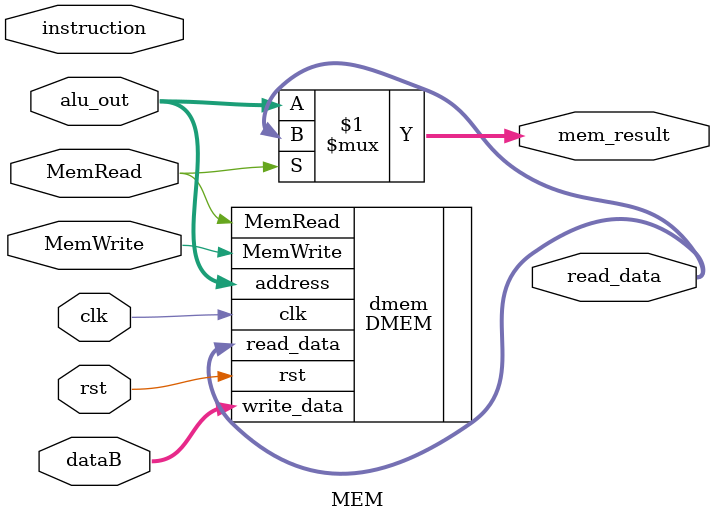
<source format=v>
module MEM(
    input clk,
    input rst,
    input [31:0] alu_out,        // Ðia chi bo nho ALU
    input [31:0] dataB,          // DataB cho store)
    input [31:0] instruction,   
    
    // Control unit
    input MemRead,               
    input MemWrite,              
   
    output [31:0] read_data,     
    output [31:0] mem_result     
);
    
    DMEM dmem(
        .clk(clk),
        .rst(rst),
        .MemRead(MemRead),
        .MemWrite(MemWrite),
        .address(alu_out),
        .write_data(dataB),
        .read_data(read_data)
    );
    assign mem_result = MemRead ? read_data : alu_out;

endmodule
</source>
